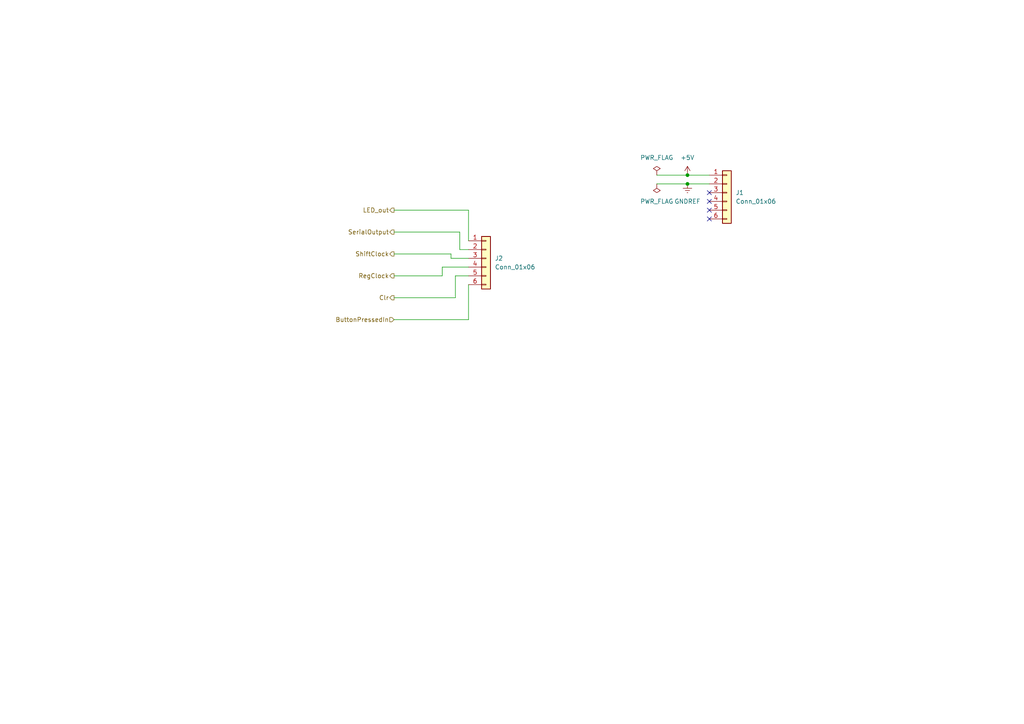
<source format=kicad_sch>
(kicad_sch (version 20211123) (generator eeschema)
  (paper "A4")
  (lib_symbols
    (symbol "Connector_Generic:Conn_01x06" (pin_names (offset 1.016) hide)
      (property "Reference" "J" (at 0 7.62 0))
      (property "Value" "Conn_01x06" (at 0 -10.16 0))
      (symbol "Conn_01x06_1_1"
        (rectangle (start -1.27 -7.493) (end 0 -7.747) (stroke (width 0.1524)))
        (rectangle (start -1.27 -4.953) (end 0 -5.207) (stroke (width 0.1524)))
        (rectangle (start -1.27 -2.413) (end 0 -2.667) (stroke (width 0.1524)))
        (rectangle (start -1.27 0.127) (end 0 -0.127) (stroke (width 0.1524)))
        (rectangle (start -1.27 2.667) (end 0 2.413) (stroke (width 0.1524)))
        (rectangle (start -1.27 5.207) (end 0 4.953) (stroke (width 0.1524)))
        (rectangle (start -1.27 6.35) (end 1.27 -8.89) (stroke (width 0.254)) (fill (type background)))
        (pin passive line (at -5.08 5.08 0) (length 3.81) (name "Pin_1") (number "1"))
        (pin passive line (at -5.08 2.54 0) (length 3.81) (name "Pin_2") (number "2"))
        (pin passive line (at -5.08 0 0) (length 3.81) (name "Pin_3") (number "3"))
        (pin passive line (at -5.08 -2.54 0) (length 3.81) (name "Pin_4") (number "4"))
        (pin passive line (at -5.08 -5.08 0) (length 3.81) (name "Pin_5") (number "5"))
        (pin passive line (at -5.08 -7.62 0) (length 3.81) (name "Pin_6") (number "6"))
      )
    )
    (symbol "power:+5V" (power) (pin_names (offset 0))
      (property "Value" "+5V" (at 0 3.556 0))
      (symbol "+5V_0_1"
        (polyline (pts (xy -0.762 1.27) (xy 0 2.54)))
        (polyline (pts (xy 0 0) (xy 0 2.54)))
        (polyline (pts (xy 0 2.54) (xy 0.762 1.27)))
      )
      (symbol "+5V_1_1"
        (pin power_in line (at 0 0 90) (length 0) hide (name "+5V") (number "1"))
      )
    )
    (symbol "power:GNDREF" (power) (pin_names (offset 0))
      (property "Value" "GNDREF" (at 0 -3.81 0))
      (symbol "GNDREF_0_1"
        (polyline (pts (xy -0.635 -1.905) (xy 0.635 -1.905)))
        (polyline (pts (xy -0.127 -2.54) (xy 0.127 -2.54)))
        (polyline (pts (xy 0 -1.27) (xy 0 0)))
        (polyline (pts (xy 1.27 -1.27) (xy -1.27 -1.27)))
      )
      (symbol "GNDREF_1_1"
        (pin power_in line (at 0 0 270) (length 0) hide (name "GNDREF") (number "1"))
      )
    )
    (symbol "power:PWR_FLAG" (power) (pin_numbers hide) (pin_names (offset 0) hide)
      (property "Value" "PWR_FLAG" (at 0 3.81 0))
      (symbol "PWR_FLAG_0_0"
        (pin power_out line (at 0 0 90) (length 0) (name "pwr") (number "1"))
      )
      (symbol "PWR_FLAG_0_1"
        (polyline (pts (xy 0 0) (xy 0 1.27) (xy -1.016 1.905) (xy 0 2.54) (xy 1.016 1.905) (xy 0 1.27)))
      )
    )
  )
  (junction (at 199.39 53.34))
  (junction (at 199.39 50.8))
  (no_connect (at 205.74 63.5))
  (no_connect (at 205.74 58.42))
  (no_connect (at 205.74 60.96))
  (no_connect (at 205.74 55.88))
  (wire (pts (xy 130.81 73.66) (xy 130.81 74.93)))
  (wire (pts (xy 132.08 86.36) (xy 132.08 80.01)))
  (wire (pts (xy 132.08 80.01) (xy 135.89 80.01)))
  (wire (pts (xy 114.3 67.31) (xy 133.35 67.31)))
  (wire (pts (xy 135.89 92.71) (xy 135.89 82.55)))
  (wire (pts (xy 114.3 80.01) (xy 128.27 80.01)))
  (wire (pts (xy 133.35 67.31) (xy 133.35 72.39)))
  (wire (pts (xy 114.3 86.36) (xy 132.08 86.36)))
  (wire (pts (xy 114.3 60.96) (xy 135.89 60.96)))
  (wire (pts (xy 199.39 50.8) (xy 205.74 50.8)))
  (wire (pts (xy 114.3 92.71) (xy 135.89 92.71)))
  (wire (pts (xy 190.5 50.8) (xy 199.39 50.8)))
  (wire (pts (xy 128.27 80.01) (xy 128.27 77.47)))
  (wire (pts (xy 199.39 53.34) (xy 205.74 53.34)))
  (wire (pts (xy 114.3 73.66) (xy 130.81 73.66)))
  (wire (pts (xy 130.81 74.93) (xy 135.89 74.93)))
  (wire (pts (xy 135.89 60.96) (xy 135.89 69.85)))
  (wire (pts (xy 133.35 72.39) (xy 135.89 72.39)))
  (wire (pts (xy 128.27 77.47) (xy 135.89 77.47)))
  (wire (pts (xy 190.5 53.34) (xy 199.39 53.34)))
  (hierarchical_label "ShiftClock" (shape output) (at 114.3 73.66 180))
  (hierarchical_label "RegClock" (shape output) (at 114.3 80.01 180))
  (hierarchical_label "ButtonPressedIn" (shape input) (at 114.3 92.71 180))
  (hierarchical_label "Clr" (shape output) (at 114.3 86.36 180))
  (hierarchical_label "LED_out" (shape output) (at 114.3 60.96 180))
  (hierarchical_label "SerialOutput" (shape output) (at 114.3 67.31 180))
  (symbol (lib_id "Connector_Generic:Conn_01x06") (at 210.82 55.88 0) (unit 1)
    (property "Reference" "J1" (at 213.36 55.8799 0) (effects (justify left)))
    (property "Value" "Conn_01x06" (at 213.36 58.4199 0) (effects (justify left)))
    (property "Footprint" "Connector_PinHeader_2.54mm:PinHeader_1x06_P2.54mm_Vertical" (effects hide))
  )
  (symbol (lib_id "Connector_Generic:Conn_01x06") (at 140.97 74.93 0) (unit 1)
    (property "Reference" "J2" (at 143.51 74.9299 0) (effects (justify left)))
    (property "Value" "Conn_01x06" (at 143.51 77.4699 0) (effects (justify left)))
    (property "Footprint" "Connector_PinHeader_2.54mm:PinHeader_1x06_P2.54mm_Vertical" (effects hide))
  )
  (symbol (lib_id "power:PWR_FLAG") (at 190.5 53.34 180) (unit 1)
    (property "Reference" "#FLG02" (effects hide))
    (property "Value" "PWR_FLAG" (at 190.5 58.42 0))
  )
  (symbol (lib_id "power:GNDREF") (at 199.39 53.34 0) (unit 1)
    (property "Reference" "#PWR029" (effects hide))
    (property "Value" "GNDREF" (at 199.39 58.42 0))
  )
  (symbol (lib_id "power:+5V") (at 199.39 50.8 0) (unit 1)
    (property "Reference" "#PWR028" (effects hide))
    (property "Value" "+5V" (at 199.39 45.72 0))
  )
  (symbol (lib_id "power:PWR_FLAG") (at 190.5 50.8 0) (unit 1)
    (property "Reference" "#FLG01" (effects hide))
    (property "Value" "PWR_FLAG" (at 190.5 45.72 0))
  )
)
</source>
